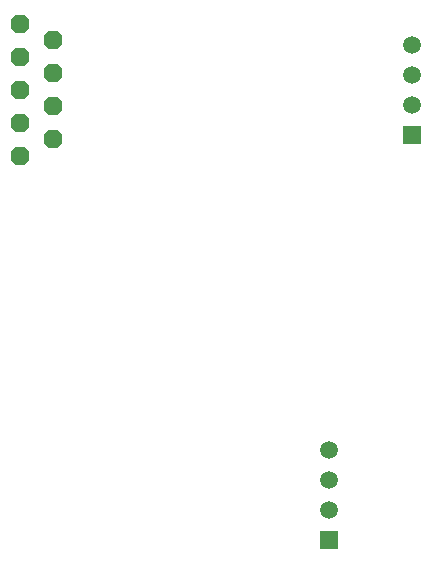
<source format=gbr>
G04 EAGLE Gerber RS-274X export*
G75*
%MOMM*%
%FSLAX34Y34*%
%LPD*%
%INTop Copper*%
%IPPOS*%
%AMOC8*
5,1,8,0,0,1.08239X$1,22.5*%
G01*
%ADD10R,1.508000X1.508000*%
%ADD11C,1.508000*%
%ADD12P,1.704548X8X112.500000*%


D10*
X419100Y469900D03*
D11*
X419100Y495300D03*
X419100Y520700D03*
X419100Y546100D03*
D12*
X87630Y563880D03*
X87630Y535940D03*
X87630Y508000D03*
X87630Y480060D03*
X87630Y452120D03*
X115570Y549910D03*
X115570Y521970D03*
X115570Y494030D03*
X115570Y466090D03*
D10*
X349250Y127000D03*
D11*
X349250Y152400D03*
X349250Y177800D03*
X349250Y203200D03*
M02*

</source>
